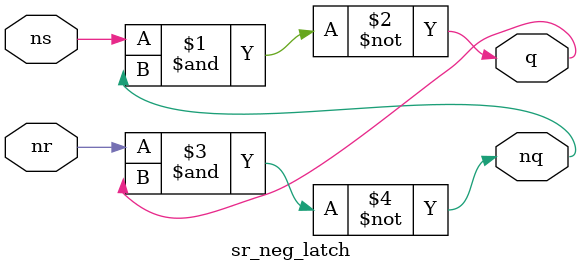
<source format=sv>
module sr_neg_latch(
  input ns, nr,
  output q, nq
);

  nand g1(q, ns, nq);
  nand g2(nq, nr, q);

endmodule

</source>
